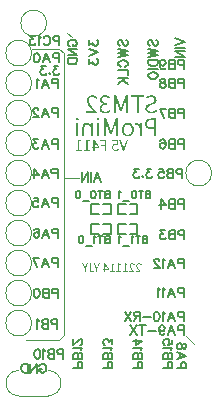
<source format=gbo>
G04 Layer: BottomSilkscreenLayer*
G04 EasyEDA v6.5.22, 2022-11-29 03:43:51*
G04 8ec36cdae1d24b8a87879ab1f9b651ff,67344a67363949849f01d11c0c7cf016,10*
G04 Gerber Generator version 0.2*
G04 Scale: 100 percent, Rotated: No, Reflected: No *
G04 Dimensions in inches *
G04 leading zeros omitted , absolute positions ,3 integer and 6 decimal *
%FSLAX36Y36*%
%MOIN*%

%ADD10C,0.0050*%
%ADD11C,0.0040*%
%ADD12C,0.0060*%

%LPD*%
G36*
X551900Y-1430200D02*
G01*
X550040Y-1430360D01*
X548400Y-1430820D01*
X546960Y-1431560D01*
X545740Y-1432540D01*
X544780Y-1433800D01*
X544080Y-1435260D01*
X543640Y-1436940D01*
X543500Y-1438800D01*
X543720Y-1441020D01*
X544340Y-1443260D01*
X545340Y-1445520D01*
X546700Y-1447800D01*
X548400Y-1450120D01*
X550420Y-1452500D01*
X552720Y-1454920D01*
X555300Y-1457400D01*
X550500Y-1457200D01*
X542100Y-1457200D01*
X542100Y-1460000D01*
X560200Y-1460000D01*
X560200Y-1458000D01*
X556920Y-1455060D01*
X554120Y-1452320D01*
X551800Y-1449740D01*
X549920Y-1447320D01*
X548500Y-1445040D01*
X547480Y-1442900D01*
X546900Y-1440860D01*
X546700Y-1438899D01*
X547020Y-1436480D01*
X548020Y-1434540D01*
X549740Y-1433260D01*
X552200Y-1432800D01*
X554000Y-1433080D01*
X555660Y-1433839D01*
X557140Y-1434960D01*
X558500Y-1436300D01*
X560400Y-1434500D01*
X558560Y-1432740D01*
X556600Y-1431380D01*
X554400Y-1430500D01*
G37*
G36*
X529900Y-1430200D02*
G01*
X528040Y-1430360D01*
X526400Y-1430820D01*
X524960Y-1431560D01*
X523760Y-1432540D01*
X522780Y-1433800D01*
X522080Y-1435260D01*
X521640Y-1436940D01*
X521500Y-1438800D01*
X521719Y-1441020D01*
X522340Y-1443260D01*
X523360Y-1445520D01*
X524740Y-1447800D01*
X526440Y-1450120D01*
X528460Y-1452500D01*
X530760Y-1454920D01*
X533300Y-1457400D01*
X528500Y-1457200D01*
X520100Y-1457200D01*
X520100Y-1460000D01*
X538200Y-1460000D01*
X538200Y-1458000D01*
X534940Y-1455060D01*
X532160Y-1452320D01*
X529840Y-1449740D01*
X527960Y-1447320D01*
X526520Y-1445040D01*
X525500Y-1442900D01*
X524900Y-1440860D01*
X524700Y-1438899D01*
X525040Y-1436480D01*
X526080Y-1434540D01*
X527820Y-1433260D01*
X530300Y-1432800D01*
X532040Y-1433080D01*
X533660Y-1433839D01*
X535160Y-1434960D01*
X536500Y-1436300D01*
X538400Y-1434500D01*
X536620Y-1432740D01*
X534680Y-1431380D01*
X532460Y-1430500D01*
G37*
G36*
X504700Y-1430700D02*
G01*
X504700Y-1457300D01*
X498800Y-1457300D01*
X498800Y-1460000D01*
X514500Y-1460000D01*
X514500Y-1457300D01*
X508000Y-1457300D01*
X508000Y-1434800D01*
X513100Y-1434800D01*
X513100Y-1432700D01*
X511340Y-1432340D01*
X509780Y-1431879D01*
X508400Y-1431339D01*
X507200Y-1430700D01*
G37*
G36*
X482800Y-1430700D02*
G01*
X482800Y-1457300D01*
X476800Y-1457300D01*
X476800Y-1460000D01*
X492600Y-1460000D01*
X492600Y-1457300D01*
X486000Y-1457300D01*
X486000Y-1434800D01*
X491200Y-1434800D01*
X491200Y-1432700D01*
X489400Y-1432340D01*
X487819Y-1431879D01*
X486440Y-1431339D01*
X485200Y-1430700D01*
G37*
G36*
X460800Y-1430700D02*
G01*
X460800Y-1457300D01*
X454799Y-1457300D01*
X454799Y-1460000D01*
X470600Y-1460000D01*
X470600Y-1457300D01*
X464000Y-1457300D01*
X464000Y-1434800D01*
X469200Y-1434800D01*
X469200Y-1432700D01*
X467440Y-1432340D01*
X465880Y-1431879D01*
X464500Y-1431339D01*
X463300Y-1430700D01*
G37*
G36*
X435500Y-1430700D02*
G01*
X435500Y-1434500D01*
X438600Y-1434500D01*
X440900Y-1438800D01*
X448000Y-1449199D01*
X438600Y-1449199D01*
X438579Y-1438500D01*
X438400Y-1434500D01*
X435500Y-1434500D01*
X435500Y-1449199D01*
X431500Y-1449199D01*
X431500Y-1451800D01*
X435500Y-1451800D01*
X435500Y-1460000D01*
X438600Y-1460000D01*
X438600Y-1451800D01*
X451400Y-1451800D01*
X451400Y-1449700D01*
X439000Y-1430700D01*
G37*
G36*
X400400Y-1430700D02*
G01*
X409200Y-1448500D01*
X409200Y-1460000D01*
X412500Y-1460000D01*
X412500Y-1448500D01*
X421300Y-1430700D01*
X417800Y-1430700D01*
X410900Y-1445600D01*
X410800Y-1445600D01*
X409219Y-1442400D01*
X407800Y-1439199D01*
X403800Y-1430700D01*
G37*
G36*
X387600Y-1430700D02*
G01*
X387600Y-1451600D01*
X387700Y-1453380D01*
X388040Y-1455060D01*
X388600Y-1456560D01*
X389420Y-1457880D01*
X390500Y-1458980D01*
X391860Y-1459800D01*
X393519Y-1460320D01*
X395500Y-1460500D01*
X398020Y-1460220D01*
X400160Y-1459379D01*
X401960Y-1457960D01*
X403400Y-1456000D01*
X401000Y-1454300D01*
X399900Y-1455820D01*
X398700Y-1456860D01*
X397340Y-1457420D01*
X395800Y-1457600D01*
X393640Y-1457240D01*
X392120Y-1456120D01*
X391200Y-1454139D01*
X390900Y-1451200D01*
X390900Y-1430700D01*
G37*
G36*
X362800Y-1430700D02*
G01*
X371599Y-1448500D01*
X371599Y-1460000D01*
X374799Y-1460000D01*
X374799Y-1448500D01*
X383600Y-1430700D01*
X380100Y-1430700D01*
X373200Y-1445600D01*
X373100Y-1445600D01*
X371520Y-1442400D01*
X366200Y-1430700D01*
G37*
G36*
X439000Y-870000D02*
G01*
X436659Y-870140D01*
X434440Y-870480D01*
X432360Y-871020D01*
X430439Y-871760D01*
X428680Y-872700D01*
X427100Y-873860D01*
X425720Y-875180D01*
X424580Y-876700D01*
X423640Y-878420D01*
X422960Y-880300D01*
X422540Y-882360D01*
X422400Y-884599D01*
X422600Y-887220D01*
X423160Y-889599D01*
X424060Y-891720D01*
X425280Y-893620D01*
X426820Y-895260D01*
X428600Y-896680D01*
X430640Y-897860D01*
X432900Y-898800D01*
X432900Y-899100D01*
X430379Y-899880D01*
X428040Y-900980D01*
X425920Y-902420D01*
X424060Y-904160D01*
X422540Y-906220D01*
X421380Y-908560D01*
X420660Y-911200D01*
X420400Y-914100D01*
X420560Y-916620D01*
X421060Y-918940D01*
X421840Y-921080D01*
X422900Y-923020D01*
X424219Y-924760D01*
X425780Y-926300D01*
X427540Y-927620D01*
X429500Y-928700D01*
X431620Y-929560D01*
X433900Y-930200D01*
X436300Y-930580D01*
X438800Y-930699D01*
X442060Y-930520D01*
X445020Y-930020D01*
X447680Y-929260D01*
X450080Y-928240D01*
X452239Y-927039D01*
X454180Y-925680D01*
X455880Y-924220D01*
X457400Y-922700D01*
X454000Y-918500D01*
X452680Y-919800D01*
X451240Y-921040D01*
X449660Y-922200D01*
X447960Y-923220D01*
X446060Y-924080D01*
X443980Y-924740D01*
X441700Y-925160D01*
X439200Y-925300D01*
X436640Y-925100D01*
X434300Y-924500D01*
X432220Y-923540D01*
X430439Y-922220D01*
X428980Y-920580D01*
X427900Y-918640D01*
X427239Y-916400D01*
X427000Y-913900D01*
X427100Y-912159D01*
X427420Y-910500D01*
X427980Y-908980D01*
X428780Y-907560D01*
X429820Y-906280D01*
X431160Y-905160D01*
X432760Y-904160D01*
X434660Y-903340D01*
X436880Y-902680D01*
X439400Y-902200D01*
X442280Y-901900D01*
X445500Y-901800D01*
X445500Y-896700D01*
X442620Y-896600D01*
X440040Y-896300D01*
X437780Y-895800D01*
X435800Y-895140D01*
X434099Y-894320D01*
X432680Y-893340D01*
X431500Y-892220D01*
X430560Y-891000D01*
X429860Y-889659D01*
X429380Y-888220D01*
X429099Y-886700D01*
X429000Y-885100D01*
X429180Y-883000D01*
X429720Y-881100D01*
X430600Y-879440D01*
X431780Y-878020D01*
X433280Y-876900D01*
X435040Y-876040D01*
X437040Y-875500D01*
X439300Y-875300D01*
X442780Y-875800D01*
X446019Y-877060D01*
X448960Y-878900D01*
X451599Y-881200D01*
X455200Y-877000D01*
X453540Y-875580D01*
X451820Y-874280D01*
X449980Y-873100D01*
X448040Y-872080D01*
X445980Y-871240D01*
X443800Y-870580D01*
X441480Y-870180D01*
G37*
G36*
X592400Y-870100D02*
G01*
X589820Y-870240D01*
X587360Y-870639D01*
X585000Y-871280D01*
X582780Y-872120D01*
X580700Y-873180D01*
X578760Y-874400D01*
X577000Y-875780D01*
X575400Y-877300D01*
X578900Y-881500D01*
X580280Y-880280D01*
X581740Y-879200D01*
X583280Y-878240D01*
X584900Y-877420D01*
X586620Y-876780D01*
X588440Y-876300D01*
X590360Y-876000D01*
X592400Y-875900D01*
X594840Y-876060D01*
X597060Y-876540D01*
X599000Y-877300D01*
X600660Y-878340D01*
X601980Y-879640D01*
X602980Y-881180D01*
X603600Y-882940D01*
X603800Y-884900D01*
X603560Y-886979D01*
X602900Y-888740D01*
X601880Y-890240D01*
X600580Y-891500D01*
X599080Y-892580D01*
X597440Y-893500D01*
X594000Y-895100D01*
X585500Y-898700D01*
X583060Y-899840D01*
X580780Y-901140D01*
X578720Y-902620D01*
X576940Y-904320D01*
X575460Y-906300D01*
X574340Y-908600D01*
X573640Y-911260D01*
X573400Y-914300D01*
X573560Y-916560D01*
X574020Y-918720D01*
X574780Y-920740D01*
X575820Y-922640D01*
X577120Y-924380D01*
X578700Y-925960D01*
X580520Y-927320D01*
X582580Y-928500D01*
X584880Y-929440D01*
X587380Y-930120D01*
X590100Y-930560D01*
X593000Y-930699D01*
X596080Y-930540D01*
X599020Y-930100D01*
X601800Y-929380D01*
X604440Y-928379D01*
X606920Y-927120D01*
X609240Y-925639D01*
X611400Y-923920D01*
X613400Y-922000D01*
X609400Y-917500D01*
X607720Y-919120D01*
X605900Y-920560D01*
X603960Y-921820D01*
X601920Y-922880D01*
X599780Y-923740D01*
X597580Y-924380D01*
X595300Y-924760D01*
X593000Y-924900D01*
X590140Y-924720D01*
X587620Y-924160D01*
X585400Y-923280D01*
X583560Y-922099D01*
X582080Y-920639D01*
X581000Y-918920D01*
X580320Y-916960D01*
X580100Y-914800D01*
X580300Y-912640D01*
X580880Y-910800D01*
X581780Y-909280D01*
X583000Y-907980D01*
X584480Y-906860D01*
X586180Y-905860D01*
X590100Y-904000D01*
X598600Y-900300D01*
X600660Y-899320D01*
X602740Y-898160D01*
X604740Y-896780D01*
X606580Y-895140D01*
X608160Y-893220D01*
X609400Y-890980D01*
X610220Y-888379D01*
X610500Y-885400D01*
X610340Y-883240D01*
X609880Y-881180D01*
X609140Y-879260D01*
X608120Y-877480D01*
X606860Y-875860D01*
X605360Y-874419D01*
X603640Y-873160D01*
X601720Y-872080D01*
X599620Y-871240D01*
X597360Y-870620D01*
X594940Y-870240D01*
G37*
G36*
X395600Y-870100D02*
G01*
X393080Y-870240D01*
X390740Y-870639D01*
X388579Y-871320D01*
X386620Y-872220D01*
X384860Y-873379D01*
X383300Y-874760D01*
X381960Y-876340D01*
X380840Y-878139D01*
X379960Y-880140D01*
X379320Y-882320D01*
X378940Y-884680D01*
X378800Y-887200D01*
X378880Y-888980D01*
X379080Y-890780D01*
X379420Y-892560D01*
X379880Y-894360D01*
X380480Y-896160D01*
X381200Y-897980D01*
X382980Y-901620D01*
X385240Y-905300D01*
X387920Y-909040D01*
X391000Y-912820D01*
X394460Y-916660D01*
X398260Y-920600D01*
X402400Y-924599D01*
X397560Y-924240D01*
X392800Y-924100D01*
X376000Y-924100D01*
X376000Y-929700D01*
X412200Y-929700D01*
X412200Y-925800D01*
X406900Y-921040D01*
X402220Y-916520D01*
X398120Y-912240D01*
X394620Y-908180D01*
X391680Y-904320D01*
X389320Y-900660D01*
X388340Y-898880D01*
X387500Y-897140D01*
X386800Y-895460D01*
X386220Y-893800D01*
X385760Y-892180D01*
X385260Y-889020D01*
X385200Y-887500D01*
X385379Y-885000D01*
X385880Y-882700D01*
X386740Y-880639D01*
X387939Y-878860D01*
X389500Y-877420D01*
X391400Y-876320D01*
X393680Y-875639D01*
X396300Y-875400D01*
X398100Y-875540D01*
X399840Y-875939D01*
X401520Y-876560D01*
X403120Y-877380D01*
X404640Y-878400D01*
X406100Y-879580D01*
X407480Y-880879D01*
X408800Y-882300D01*
X412600Y-878700D01*
X410820Y-876840D01*
X408980Y-875160D01*
X407080Y-873700D01*
X405080Y-872460D01*
X402939Y-871460D01*
X400680Y-870720D01*
X398240Y-870260D01*
G37*
G36*
X526600Y-871100D02*
G01*
X526600Y-876700D01*
X544500Y-876700D01*
X544500Y-929700D01*
X551200Y-929700D01*
X551200Y-876700D01*
X569000Y-876700D01*
X569000Y-871100D01*
G37*
G36*
X467900Y-871100D02*
G01*
X467900Y-929700D01*
X474099Y-929700D01*
X474080Y-893940D01*
X473680Y-885200D01*
X473300Y-878900D01*
X473600Y-878900D01*
X478200Y-892200D01*
X489700Y-923700D01*
X494200Y-923700D01*
X505800Y-892200D01*
X510400Y-878900D01*
X510700Y-878900D01*
X509980Y-891860D01*
X509900Y-895900D01*
X509900Y-929700D01*
X515900Y-929700D01*
X515900Y-871100D01*
X507800Y-871100D01*
X496200Y-903100D01*
X492000Y-915600D01*
X491599Y-915600D01*
X487500Y-903100D01*
X476100Y-871100D01*
G37*
G36*
X415600Y-945000D02*
G01*
X413820Y-945300D01*
X412320Y-946200D01*
X411280Y-947620D01*
X410900Y-949500D01*
X411280Y-951280D01*
X412320Y-952680D01*
X413820Y-953580D01*
X415600Y-953900D01*
X417480Y-953580D01*
X418960Y-952680D01*
X419940Y-951280D01*
X420300Y-949500D01*
X419940Y-947620D01*
X418960Y-946200D01*
X417480Y-945300D01*
G37*
G36*
X345700Y-945000D02*
G01*
X343860Y-945300D01*
X342380Y-946200D01*
X341360Y-947620D01*
X341000Y-949500D01*
X341360Y-951280D01*
X342380Y-952680D01*
X343860Y-953580D01*
X345700Y-953900D01*
X347580Y-953580D01*
X349060Y-952680D01*
X350040Y-951280D01*
X350400Y-949500D01*
X350040Y-947620D01*
X349060Y-946200D01*
X347580Y-945300D01*
G37*
G36*
X594100Y-947800D02*
G01*
X591680Y-947860D01*
X589380Y-948020D01*
X587180Y-948280D01*
X585120Y-948680D01*
X583200Y-949200D01*
X581400Y-949860D01*
X579760Y-950639D01*
X578260Y-951580D01*
X576900Y-952660D01*
X575720Y-953880D01*
X574700Y-955280D01*
X573860Y-956820D01*
X573180Y-958560D01*
X572700Y-960460D01*
X572400Y-962540D01*
X572300Y-964800D01*
X578900Y-964800D01*
X579020Y-962720D01*
X579360Y-960879D01*
X579920Y-959280D01*
X580700Y-957880D01*
X581720Y-956700D01*
X582960Y-955699D01*
X584420Y-954880D01*
X586100Y-954260D01*
X588020Y-953780D01*
X590160Y-953439D01*
X592520Y-953259D01*
X603700Y-953199D01*
X603700Y-977300D01*
X594700Y-977300D01*
X592140Y-977220D01*
X589820Y-976979D01*
X587720Y-976560D01*
X585840Y-976000D01*
X584200Y-975240D01*
X582780Y-974320D01*
X581600Y-973199D01*
X580620Y-971900D01*
X579860Y-970420D01*
X579320Y-968740D01*
X579000Y-966880D01*
X578900Y-964800D01*
X572300Y-964800D01*
X572400Y-967020D01*
X572700Y-969080D01*
X573180Y-970980D01*
X573840Y-972740D01*
X574680Y-974360D01*
X575700Y-975819D01*
X576880Y-977140D01*
X578220Y-978319D01*
X579700Y-979360D01*
X581320Y-980260D01*
X583100Y-981000D01*
X585000Y-981620D01*
X587020Y-982099D01*
X589180Y-982440D01*
X591440Y-982640D01*
X603700Y-982700D01*
X603700Y-1006400D01*
X610300Y-1006400D01*
X610300Y-947800D01*
G37*
G36*
X434700Y-947800D02*
G01*
X434700Y-1006400D01*
X440800Y-1006400D01*
X440780Y-970639D01*
X440379Y-961900D01*
X440000Y-955600D01*
X440300Y-955600D01*
X445000Y-968900D01*
X456400Y-1000400D01*
X461000Y-1000400D01*
X472500Y-968900D01*
X477100Y-955600D01*
X477500Y-955600D01*
X476960Y-964140D01*
X476760Y-968560D01*
X476700Y-972600D01*
X476700Y-1006400D01*
X482700Y-1006400D01*
X482700Y-947800D01*
X474500Y-947800D01*
X461900Y-982940D01*
X458700Y-992300D01*
X458300Y-992300D01*
X454300Y-979800D01*
X442800Y-947800D01*
G37*
G36*
X542400Y-962099D02*
G01*
X541140Y-962140D01*
X540000Y-962280D01*
X538940Y-962560D01*
X537900Y-963000D01*
X539100Y-968700D01*
X541080Y-968160D01*
X543200Y-968000D01*
X544620Y-968120D01*
X546080Y-968540D01*
X547580Y-969240D01*
X549040Y-970280D01*
X550480Y-971680D01*
X551860Y-973439D01*
X553140Y-975600D01*
X554300Y-978199D01*
X554300Y-1006400D01*
X560800Y-1006400D01*
X560800Y-963199D01*
X555500Y-963199D01*
X554900Y-971100D01*
X554700Y-971100D01*
X553520Y-969160D01*
X552200Y-967420D01*
X550780Y-965879D01*
X549260Y-964580D01*
X547660Y-963520D01*
X545960Y-962740D01*
X544220Y-962260D01*
G37*
G36*
X514900Y-962099D02*
G01*
X512920Y-962200D01*
X511000Y-962480D01*
X509120Y-962960D01*
X507320Y-963620D01*
X505580Y-964460D01*
X503940Y-965480D01*
X502400Y-966680D01*
X500980Y-968060D01*
X499680Y-969599D01*
X498500Y-971320D01*
X497480Y-973180D01*
X496620Y-975220D01*
X495920Y-977420D01*
X495420Y-979760D01*
X495100Y-982260D01*
X495000Y-984900D01*
X501700Y-984900D01*
X501820Y-982400D01*
X502140Y-980040D01*
X502660Y-977860D01*
X503380Y-975840D01*
X504300Y-974020D01*
X505379Y-972380D01*
X506620Y-970980D01*
X508020Y-969800D01*
X509540Y-968860D01*
X511220Y-968160D01*
X513000Y-967740D01*
X514900Y-967600D01*
X516800Y-967740D01*
X518579Y-968160D01*
X520240Y-968860D01*
X521760Y-969800D01*
X523140Y-970980D01*
X524380Y-972380D01*
X525440Y-974020D01*
X526340Y-975840D01*
X527040Y-977860D01*
X527580Y-980040D01*
X527900Y-982400D01*
X528000Y-984900D01*
X527900Y-987380D01*
X527580Y-989700D01*
X527060Y-991880D01*
X526340Y-993860D01*
X525440Y-995660D01*
X524380Y-997280D01*
X523140Y-998660D01*
X521760Y-999840D01*
X520240Y-1000759D01*
X518579Y-1001440D01*
X516800Y-1001860D01*
X514900Y-1002000D01*
X513000Y-1001860D01*
X511220Y-1001440D01*
X509540Y-1000759D01*
X508020Y-999840D01*
X506620Y-998660D01*
X505379Y-997280D01*
X504300Y-995660D01*
X503380Y-993860D01*
X502660Y-991880D01*
X502140Y-989700D01*
X501820Y-987380D01*
X501700Y-984900D01*
X495000Y-984900D01*
X495100Y-987500D01*
X495420Y-989940D01*
X495920Y-992240D01*
X496620Y-994400D01*
X497480Y-996400D01*
X498500Y-998259D01*
X499680Y-999940D01*
X500980Y-1001480D01*
X502400Y-1002840D01*
X503940Y-1004020D01*
X505580Y-1005040D01*
X507320Y-1005879D01*
X509120Y-1006540D01*
X511000Y-1007020D01*
X512920Y-1007300D01*
X514900Y-1007400D01*
X516860Y-1007300D01*
X518800Y-1007020D01*
X520660Y-1006540D01*
X522460Y-1005879D01*
X524180Y-1005040D01*
X525820Y-1004020D01*
X527360Y-1002840D01*
X528780Y-1001480D01*
X530080Y-999940D01*
X531240Y-998259D01*
X532240Y-996400D01*
X533100Y-994400D01*
X533780Y-992240D01*
X534280Y-989940D01*
X534600Y-987500D01*
X534700Y-984900D01*
X534600Y-982260D01*
X534280Y-979760D01*
X533780Y-977420D01*
X533100Y-975220D01*
X532240Y-973180D01*
X531240Y-971320D01*
X530080Y-969599D01*
X528780Y-968060D01*
X527360Y-966680D01*
X525820Y-965480D01*
X524180Y-964460D01*
X522460Y-963620D01*
X520660Y-962960D01*
X518800Y-962480D01*
X516860Y-962200D01*
G37*
G36*
X376700Y-962099D02*
G01*
X374520Y-962220D01*
X372560Y-962580D01*
X370800Y-963180D01*
X369240Y-964020D01*
X367860Y-965080D01*
X366680Y-966380D01*
X365700Y-967920D01*
X364900Y-969680D01*
X364280Y-971680D01*
X363840Y-973900D01*
X363579Y-976340D01*
X363500Y-979000D01*
X363500Y-1006400D01*
X370000Y-1006400D01*
X370000Y-979800D01*
X370120Y-976880D01*
X370500Y-974380D01*
X371140Y-972320D01*
X372040Y-970639D01*
X373240Y-969380D01*
X374720Y-968500D01*
X376500Y-967980D01*
X378600Y-967800D01*
X380240Y-967920D01*
X381780Y-968240D01*
X383280Y-968800D01*
X384760Y-969580D01*
X386220Y-970560D01*
X387720Y-971760D01*
X390900Y-974800D01*
X390900Y-1006400D01*
X397400Y-1006400D01*
X397400Y-963199D01*
X392100Y-963199D01*
X391500Y-969500D01*
X391200Y-969500D01*
X389640Y-968000D01*
X388040Y-966620D01*
X386360Y-965360D01*
X384620Y-964260D01*
X382800Y-963360D01*
X380880Y-962680D01*
X378840Y-962240D01*
G37*
G36*
X412400Y-963199D02*
G01*
X412400Y-1006400D01*
X418900Y-1006400D01*
X418900Y-963199D01*
G37*
G36*
X342500Y-963199D02*
G01*
X342500Y-1006400D01*
X349000Y-1006400D01*
X349000Y-963199D01*
G37*
G36*
X486700Y-1018400D02*
G01*
X498400Y-1055000D01*
X503200Y-1055000D01*
X514900Y-1018400D01*
X510500Y-1018400D01*
X503480Y-1041740D01*
X501780Y-1047620D01*
X500800Y-1050700D01*
X500600Y-1050700D01*
X490900Y-1018400D01*
G37*
G36*
X463600Y-1018400D02*
G01*
X463600Y-1021900D01*
X477600Y-1021900D01*
X478600Y-1033000D01*
X477260Y-1032320D01*
X475880Y-1031820D01*
X474420Y-1031500D01*
X472800Y-1031400D01*
X470600Y-1031580D01*
X468560Y-1032099D01*
X466719Y-1033000D01*
X465100Y-1034260D01*
X463760Y-1035900D01*
X462760Y-1037940D01*
X462120Y-1040360D01*
X461900Y-1043199D01*
X462160Y-1046000D01*
X462879Y-1048480D01*
X464020Y-1050620D01*
X465520Y-1052420D01*
X467280Y-1053820D01*
X469280Y-1054860D01*
X471440Y-1055480D01*
X473700Y-1055700D01*
X477560Y-1055280D01*
X480700Y-1054140D01*
X483240Y-1052580D01*
X485300Y-1050800D01*
X483200Y-1048100D01*
X481500Y-1049660D01*
X479460Y-1050980D01*
X477000Y-1051860D01*
X474000Y-1052200D01*
X470940Y-1051580D01*
X468380Y-1049800D01*
X466640Y-1046960D01*
X466000Y-1043199D01*
X466560Y-1039580D01*
X468140Y-1036880D01*
X470600Y-1035180D01*
X473800Y-1034599D01*
X475540Y-1034740D01*
X477100Y-1035180D01*
X478579Y-1035860D01*
X480100Y-1036800D01*
X482299Y-1035400D01*
X481100Y-1018400D01*
G37*
G36*
X422200Y-1018400D02*
G01*
X422200Y-1021900D01*
X438800Y-1021900D01*
X438800Y-1034800D01*
X424700Y-1034800D01*
X424700Y-1038300D01*
X438800Y-1038300D01*
X438800Y-1055000D01*
X443000Y-1055000D01*
X443000Y-1018400D01*
G37*
G36*
X399900Y-1018400D02*
G01*
X399900Y-1023199D01*
X403700Y-1023199D01*
X406599Y-1028400D01*
X415500Y-1041600D01*
X403800Y-1041600D01*
X403760Y-1028120D01*
X403500Y-1023199D01*
X399900Y-1023199D01*
X399900Y-1041600D01*
X394900Y-1041600D01*
X394900Y-1044800D01*
X399900Y-1044800D01*
X399900Y-1055000D01*
X403800Y-1055000D01*
X403800Y-1044800D01*
X419799Y-1044800D01*
X419799Y-1042200D01*
X404300Y-1018400D01*
G37*
G36*
X376599Y-1018400D02*
G01*
X376599Y-1051600D01*
X369200Y-1051600D01*
X369200Y-1055000D01*
X388900Y-1055000D01*
X388900Y-1051600D01*
X380700Y-1051600D01*
X380700Y-1023600D01*
X387100Y-1023600D01*
X387100Y-1020900D01*
X384900Y-1020420D01*
X382960Y-1019840D01*
X381220Y-1019180D01*
X379700Y-1018400D01*
G37*
G36*
X349200Y-1018400D02*
G01*
X349200Y-1051600D01*
X341700Y-1051600D01*
X341700Y-1055000D01*
X361400Y-1055000D01*
X361400Y-1051600D01*
X353200Y-1051600D01*
X353200Y-1023600D01*
X359700Y-1023600D01*
X359700Y-1020900D01*
X357460Y-1020420D01*
X355520Y-1019840D01*
X353800Y-1019180D01*
X352299Y-1018400D01*
G37*
D10*
X285999Y-672545D02*
G01*
X285999Y-703090D01*
X285999Y-672545D02*
G01*
X272908Y-672545D01*
X268546Y-674000D01*
X267091Y-675453D01*
X265635Y-678362D01*
X265635Y-682726D01*
X267091Y-685635D01*
X268546Y-687091D01*
X272908Y-688544D01*
X285999Y-688544D01*
X234218Y-679818D02*
G01*
X235673Y-676909D01*
X238582Y-674000D01*
X241491Y-672545D01*
X247309Y-672545D01*
X250217Y-674000D01*
X253126Y-676909D01*
X254582Y-679818D01*
X256035Y-684182D01*
X256035Y-691453D01*
X254582Y-695817D01*
X253126Y-698726D01*
X250217Y-701635D01*
X247309Y-703090D01*
X241491Y-703090D01*
X238582Y-701635D01*
X235673Y-698726D01*
X234218Y-695817D01*
X224618Y-678362D02*
G01*
X221709Y-676909D01*
X217345Y-672545D01*
X217345Y-703090D01*
X204836Y-672545D02*
G01*
X188836Y-672545D01*
X197564Y-684182D01*
X193200Y-684182D01*
X190291Y-685635D01*
X188836Y-687091D01*
X187381Y-691453D01*
X187381Y-694362D01*
X188836Y-698726D01*
X191745Y-701635D01*
X196109Y-703090D01*
X200473Y-703090D01*
X204836Y-701635D01*
X206291Y-700181D01*
X207746Y-697271D01*
X321817Y-707818D02*
G01*
X318908Y-706363D01*
X315999Y-703454D01*
X314544Y-700545D01*
X314544Y-694726D01*
X315999Y-691817D01*
X318908Y-688908D01*
X321817Y-687454D01*
X326181Y-685999D01*
X333454Y-685999D01*
X337818Y-687454D01*
X340727Y-688908D01*
X343636Y-691817D01*
X345091Y-694726D01*
X345091Y-700545D01*
X343636Y-703454D01*
X340727Y-706363D01*
X337818Y-707818D01*
X333454Y-707818D01*
X333454Y-700545D02*
G01*
X333454Y-707818D01*
X314544Y-717417D02*
G01*
X345091Y-717417D01*
X314544Y-717417D02*
G01*
X345091Y-737782D01*
X314544Y-737782D02*
G01*
X345091Y-737782D01*
X314544Y-747381D02*
G01*
X345091Y-747381D01*
X314544Y-747381D02*
G01*
X314544Y-757564D01*
X315999Y-761927D01*
X318908Y-764836D01*
X321817Y-766291D01*
X326181Y-767744D01*
X333454Y-767744D01*
X337818Y-766291D01*
X340727Y-764836D01*
X343636Y-761927D01*
X345091Y-757564D01*
X345091Y-747381D01*
X385999Y-687908D02*
G01*
X385999Y-703908D01*
X397636Y-695181D01*
X397636Y-699544D01*
X399090Y-702454D01*
X400545Y-703908D01*
X404908Y-705363D01*
X407818Y-705363D01*
X412181Y-703908D01*
X415091Y-700999D01*
X416545Y-696635D01*
X416545Y-692273D01*
X415091Y-687908D01*
X413636Y-686455D01*
X410727Y-685000D01*
X385999Y-714964D02*
G01*
X416545Y-726599D01*
X385999Y-738236D02*
G01*
X416545Y-726599D01*
X385999Y-750745D02*
G01*
X385999Y-766745D01*
X397636Y-758018D01*
X397636Y-762381D01*
X399090Y-765291D01*
X400545Y-766745D01*
X404908Y-768200D01*
X407818Y-768200D01*
X412181Y-766745D01*
X415091Y-763836D01*
X416545Y-759472D01*
X416545Y-755109D01*
X415091Y-750745D01*
X413636Y-749290D01*
X410727Y-747836D01*
X487903Y-705363D02*
G01*
X484994Y-702454D01*
X483539Y-698090D01*
X483539Y-692273D01*
X484994Y-687908D01*
X487903Y-685000D01*
X490812Y-685000D01*
X493721Y-686455D01*
X495176Y-687908D01*
X496631Y-690817D01*
X499540Y-699544D01*
X500994Y-702454D01*
X502449Y-703908D01*
X505358Y-705363D01*
X509722Y-705363D01*
X512631Y-702454D01*
X514086Y-698090D01*
X514086Y-692273D01*
X512631Y-687908D01*
X509722Y-685000D01*
X483539Y-714964D02*
G01*
X514086Y-722235D01*
X483539Y-729508D02*
G01*
X514086Y-722235D01*
X483539Y-729508D02*
G01*
X514086Y-736781D01*
X483539Y-744054D02*
G01*
X514086Y-736781D01*
X490812Y-775473D02*
G01*
X487903Y-774018D01*
X484994Y-771109D01*
X483539Y-768200D01*
X483539Y-762381D01*
X484994Y-759472D01*
X487903Y-756563D01*
X490812Y-755109D01*
X495176Y-753654D01*
X502449Y-753654D01*
X506813Y-755109D01*
X509722Y-756563D01*
X512631Y-759472D01*
X514086Y-762381D01*
X514086Y-768200D01*
X512631Y-771109D01*
X509722Y-774018D01*
X506813Y-775473D01*
X483539Y-785073D02*
G01*
X514086Y-785073D01*
X514086Y-785073D02*
G01*
X514086Y-802527D01*
X483539Y-812127D02*
G01*
X514086Y-812127D01*
X483539Y-832491D02*
G01*
X503904Y-812127D01*
X496631Y-819400D02*
G01*
X514086Y-832491D01*
X587903Y-705363D02*
G01*
X584994Y-702454D01*
X583539Y-698090D01*
X583539Y-692273D01*
X584994Y-687908D01*
X587903Y-685000D01*
X590812Y-685000D01*
X593721Y-686455D01*
X595176Y-687908D01*
X596631Y-690817D01*
X599540Y-699544D01*
X600994Y-702454D01*
X602449Y-703908D01*
X605358Y-705363D01*
X609722Y-705363D01*
X612631Y-702454D01*
X614086Y-698090D01*
X614086Y-692273D01*
X612631Y-687908D01*
X609722Y-685000D01*
X583539Y-714964D02*
G01*
X614086Y-722235D01*
X583539Y-729508D02*
G01*
X614086Y-722235D01*
X583539Y-729508D02*
G01*
X614086Y-736781D01*
X583539Y-744054D02*
G01*
X614086Y-736781D01*
X583539Y-753654D02*
G01*
X614086Y-753654D01*
X583539Y-753654D02*
G01*
X583539Y-763836D01*
X584994Y-768200D01*
X587903Y-771109D01*
X590812Y-772564D01*
X595176Y-774018D01*
X602449Y-774018D01*
X606813Y-772564D01*
X609722Y-771109D01*
X612631Y-768200D01*
X614086Y-763836D01*
X614086Y-753654D01*
X583539Y-783618D02*
G01*
X614086Y-783618D01*
X583539Y-801945D02*
G01*
X584994Y-799036D01*
X587903Y-796127D01*
X590812Y-794672D01*
X595176Y-793218D01*
X602449Y-793218D01*
X606813Y-794672D01*
X609722Y-796127D01*
X612631Y-799036D01*
X614086Y-801945D01*
X614086Y-807764D01*
X612631Y-810673D01*
X609722Y-813582D01*
X606813Y-815036D01*
X602449Y-816491D01*
X595176Y-816491D01*
X590812Y-815036D01*
X587903Y-813582D01*
X584994Y-810673D01*
X583539Y-807764D01*
X583539Y-801945D01*
X673544Y-680000D02*
G01*
X704090Y-691637D01*
X673544Y-703272D02*
G01*
X704090Y-691637D01*
X673544Y-712872D02*
G01*
X704090Y-712872D01*
X673544Y-722473D02*
G01*
X704090Y-722473D01*
X673544Y-722473D02*
G01*
X704090Y-742836D01*
X673544Y-742836D02*
G01*
X704090Y-742836D01*
X700999Y-752545D02*
G01*
X700999Y-783090D01*
X700999Y-752545D02*
G01*
X687908Y-752545D01*
X683544Y-754000D01*
X682091Y-755453D01*
X680635Y-758362D01*
X680635Y-762726D01*
X682091Y-765635D01*
X683544Y-767091D01*
X687908Y-768544D01*
X700999Y-768544D01*
X671035Y-752545D02*
G01*
X671035Y-783090D01*
X671035Y-752545D02*
G01*
X657944Y-752545D01*
X653580Y-754000D01*
X652127Y-755453D01*
X650671Y-758362D01*
X650671Y-761271D01*
X652127Y-764182D01*
X653580Y-765635D01*
X657944Y-767091D01*
X671035Y-767091D02*
G01*
X657944Y-767091D01*
X653580Y-768544D01*
X652127Y-770000D01*
X650671Y-772908D01*
X650671Y-777271D01*
X652127Y-780181D01*
X653580Y-781635D01*
X657944Y-783090D01*
X671035Y-783090D01*
X622163Y-762726D02*
G01*
X623618Y-767091D01*
X626527Y-770000D01*
X630891Y-771453D01*
X632345Y-771453D01*
X636709Y-770000D01*
X639618Y-767091D01*
X641071Y-762726D01*
X641071Y-761271D01*
X639618Y-756909D01*
X636709Y-754000D01*
X632345Y-752545D01*
X630891Y-752545D01*
X626527Y-754000D01*
X623618Y-756909D01*
X622163Y-762726D01*
X622163Y-770000D01*
X623618Y-777271D01*
X626527Y-781635D01*
X630891Y-783090D01*
X633800Y-783090D01*
X638162Y-781635D01*
X639618Y-778726D01*
X701291Y-815001D02*
G01*
X701291Y-845545D01*
X701291Y-815001D02*
G01*
X688200Y-815001D01*
X683836Y-816455D01*
X682381Y-817910D01*
X680927Y-820819D01*
X680927Y-825183D01*
X682381Y-828092D01*
X683836Y-829546D01*
X688200Y-831001D01*
X701291Y-831001D01*
X671327Y-815001D02*
G01*
X671327Y-845545D01*
X671327Y-815001D02*
G01*
X658236Y-815001D01*
X653872Y-816455D01*
X652417Y-817910D01*
X650963Y-820819D01*
X650963Y-823728D01*
X652417Y-826637D01*
X653872Y-828092D01*
X658236Y-829546D01*
X671327Y-829546D02*
G01*
X658236Y-829546D01*
X653872Y-831001D01*
X652417Y-832454D01*
X650963Y-835363D01*
X650963Y-839728D01*
X652417Y-842636D01*
X653872Y-844092D01*
X658236Y-845545D01*
X671327Y-845545D01*
X634090Y-815001D02*
G01*
X638454Y-816455D01*
X639908Y-819364D01*
X639908Y-822273D01*
X638454Y-825183D01*
X635545Y-826637D01*
X629728Y-828092D01*
X625363Y-829546D01*
X622454Y-832454D01*
X620999Y-835363D01*
X620999Y-839728D01*
X622454Y-842636D01*
X623908Y-844092D01*
X628272Y-845545D01*
X634090Y-845545D01*
X638454Y-844092D01*
X639908Y-842636D01*
X641363Y-839728D01*
X641363Y-835363D01*
X639908Y-832454D01*
X636999Y-829546D01*
X632636Y-828092D01*
X626817Y-826637D01*
X623908Y-825183D01*
X622454Y-822273D01*
X622454Y-819364D01*
X623908Y-816455D01*
X628272Y-815001D01*
X634090Y-815001D01*
X701291Y-915001D02*
G01*
X701291Y-945547D01*
X701291Y-915001D02*
G01*
X688200Y-915001D01*
X683836Y-916455D01*
X682381Y-917910D01*
X680927Y-920819D01*
X680927Y-925183D01*
X682381Y-928092D01*
X683836Y-929546D01*
X688200Y-931001D01*
X701291Y-931001D01*
X671327Y-915001D02*
G01*
X671327Y-945547D01*
X671327Y-915001D02*
G01*
X658236Y-915001D01*
X653872Y-916455D01*
X652417Y-917910D01*
X650963Y-920819D01*
X650963Y-923728D01*
X652417Y-926637D01*
X653872Y-928092D01*
X658236Y-929546D01*
X671327Y-929546D02*
G01*
X658236Y-929546D01*
X653872Y-931001D01*
X652417Y-932456D01*
X650963Y-935365D01*
X650963Y-939728D01*
X652417Y-942638D01*
X653872Y-944092D01*
X658236Y-945547D01*
X671327Y-945547D01*
X620999Y-915001D02*
G01*
X635545Y-945547D01*
X641363Y-915001D02*
G01*
X620999Y-915001D01*
X700999Y-1017545D02*
G01*
X700999Y-1048090D01*
X700999Y-1017545D02*
G01*
X687908Y-1017545D01*
X683544Y-1019000D01*
X682091Y-1020453D01*
X680635Y-1023362D01*
X680635Y-1027726D01*
X682091Y-1030635D01*
X683544Y-1032091D01*
X687908Y-1033544D01*
X700999Y-1033544D01*
X671035Y-1017545D02*
G01*
X671035Y-1048090D01*
X671035Y-1017545D02*
G01*
X657944Y-1017545D01*
X653580Y-1019000D01*
X652127Y-1020453D01*
X650671Y-1023362D01*
X650671Y-1026271D01*
X652127Y-1029182D01*
X653580Y-1030635D01*
X657944Y-1032091D01*
X671035Y-1032091D02*
G01*
X657944Y-1032091D01*
X653580Y-1033544D01*
X652127Y-1035000D01*
X650671Y-1037908D01*
X650671Y-1042271D01*
X652127Y-1045181D01*
X653580Y-1046635D01*
X657944Y-1048090D01*
X671035Y-1048090D01*
X623618Y-1021909D02*
G01*
X625072Y-1019000D01*
X629436Y-1017545D01*
X632345Y-1017545D01*
X636709Y-1019000D01*
X639618Y-1023362D01*
X641071Y-1030635D01*
X641071Y-1037908D01*
X639618Y-1043726D01*
X636709Y-1046635D01*
X632345Y-1048090D01*
X630891Y-1048090D01*
X626527Y-1046635D01*
X623618Y-1043726D01*
X622163Y-1039362D01*
X622163Y-1037908D01*
X623618Y-1033544D01*
X626527Y-1030635D01*
X630891Y-1029182D01*
X632345Y-1029182D01*
X636709Y-1030635D01*
X639618Y-1033544D01*
X641071Y-1037908D01*
X695999Y-1115709D02*
G01*
X695999Y-1146255D01*
X695999Y-1115709D02*
G01*
X682908Y-1115709D01*
X678544Y-1117163D01*
X677091Y-1118618D01*
X675635Y-1121527D01*
X675635Y-1125891D01*
X677091Y-1128800D01*
X678544Y-1130255D01*
X682908Y-1131709D01*
X695999Y-1131709D01*
X666035Y-1115709D02*
G01*
X666035Y-1146255D01*
X666035Y-1115709D02*
G01*
X652944Y-1115709D01*
X648582Y-1117163D01*
X647127Y-1118618D01*
X645673Y-1121527D01*
X645673Y-1124436D01*
X647127Y-1127345D01*
X648582Y-1128800D01*
X652944Y-1130255D01*
X666035Y-1130255D02*
G01*
X652944Y-1130255D01*
X648582Y-1131709D01*
X647127Y-1133164D01*
X645673Y-1136073D01*
X645673Y-1140435D01*
X647127Y-1143344D01*
X648582Y-1144800D01*
X652944Y-1146255D01*
X666035Y-1146255D01*
X618618Y-1115709D02*
G01*
X633164Y-1115709D01*
X634618Y-1128800D01*
X633164Y-1127345D01*
X628800Y-1125891D01*
X624436Y-1125891D01*
X620073Y-1127345D01*
X617163Y-1130255D01*
X615709Y-1134618D01*
X615709Y-1137527D01*
X617163Y-1141891D01*
X620073Y-1144800D01*
X624436Y-1146255D01*
X628800Y-1146255D01*
X633164Y-1144800D01*
X634618Y-1143344D01*
X636073Y-1140435D01*
X700999Y-1217545D02*
G01*
X700999Y-1248090D01*
X700999Y-1217545D02*
G01*
X687910Y-1217545D01*
X683546Y-1219000D01*
X682091Y-1220453D01*
X680637Y-1223362D01*
X680637Y-1227726D01*
X682091Y-1230635D01*
X683546Y-1232091D01*
X687910Y-1233544D01*
X700999Y-1233544D01*
X671037Y-1217545D02*
G01*
X671037Y-1248090D01*
X671037Y-1217545D02*
G01*
X657946Y-1217545D01*
X653582Y-1219000D01*
X652127Y-1220453D01*
X650673Y-1223362D01*
X650673Y-1226271D01*
X652127Y-1229182D01*
X653582Y-1230635D01*
X657946Y-1232091D01*
X671037Y-1232091D02*
G01*
X657946Y-1232091D01*
X653582Y-1233544D01*
X652127Y-1235000D01*
X650673Y-1237908D01*
X650673Y-1242271D01*
X652127Y-1245181D01*
X653582Y-1246635D01*
X657946Y-1248090D01*
X671037Y-1248090D01*
X626527Y-1217545D02*
G01*
X641073Y-1237908D01*
X619254Y-1237908D01*
X626527Y-1217545D02*
G01*
X626527Y-1248090D01*
X701291Y-1320000D02*
G01*
X701291Y-1350545D01*
X701291Y-1320000D02*
G01*
X688200Y-1320000D01*
X683836Y-1321455D01*
X682382Y-1322908D01*
X680927Y-1325817D01*
X680927Y-1330181D01*
X682382Y-1333090D01*
X683836Y-1334546D01*
X688200Y-1335999D01*
X701291Y-1335999D01*
X671327Y-1320000D02*
G01*
X671327Y-1350545D01*
X671327Y-1320000D02*
G01*
X658236Y-1320000D01*
X653872Y-1321455D01*
X652418Y-1322908D01*
X650963Y-1325817D01*
X650963Y-1328726D01*
X652418Y-1331637D01*
X653872Y-1333090D01*
X658236Y-1334546D01*
X671327Y-1334546D02*
G01*
X658236Y-1334546D01*
X653872Y-1335999D01*
X652418Y-1337455D01*
X650963Y-1340363D01*
X650963Y-1344726D01*
X652418Y-1347636D01*
X653872Y-1349090D01*
X658236Y-1350545D01*
X671327Y-1350545D01*
X638454Y-1320000D02*
G01*
X622454Y-1320000D01*
X631183Y-1331637D01*
X626819Y-1331637D01*
X623910Y-1333090D01*
X622454Y-1334546D01*
X621001Y-1338908D01*
X621001Y-1341817D01*
X622454Y-1346181D01*
X625363Y-1349090D01*
X629728Y-1350545D01*
X634092Y-1350545D01*
X638454Y-1349090D01*
X639909Y-1347636D01*
X641363Y-1344726D01*
X701073Y-1415000D02*
G01*
X701073Y-1445545D01*
X701073Y-1415000D02*
G01*
X687982Y-1415000D01*
X683618Y-1416455D01*
X682163Y-1417908D01*
X680709Y-1420817D01*
X680709Y-1425181D01*
X682163Y-1428090D01*
X683618Y-1429546D01*
X687982Y-1430999D01*
X701073Y-1430999D01*
X659472Y-1415000D02*
G01*
X671109Y-1445545D01*
X659472Y-1415000D02*
G01*
X647836Y-1445545D01*
X666745Y-1435363D02*
G01*
X652199Y-1435363D01*
X638236Y-1420817D02*
G01*
X635327Y-1419364D01*
X630963Y-1415000D01*
X630963Y-1445545D01*
X619908Y-1422273D02*
G01*
X619908Y-1420817D01*
X618454Y-1417908D01*
X616999Y-1416455D01*
X614090Y-1415000D01*
X608272Y-1415000D01*
X605363Y-1416455D01*
X603908Y-1417908D01*
X602454Y-1420817D01*
X602454Y-1423726D01*
X603908Y-1426637D01*
X606817Y-1430999D01*
X621363Y-1445545D01*
X600999Y-1445545D01*
X700999Y-1512545D02*
G01*
X700999Y-1543090D01*
X700999Y-1512545D02*
G01*
X687910Y-1512545D01*
X683546Y-1514000D01*
X682091Y-1515453D01*
X680637Y-1518362D01*
X680637Y-1522726D01*
X682091Y-1525635D01*
X683546Y-1527089D01*
X687910Y-1528544D01*
X700999Y-1528544D01*
X659400Y-1512545D02*
G01*
X671037Y-1543090D01*
X659400Y-1512545D02*
G01*
X647764Y-1543090D01*
X666673Y-1532908D02*
G01*
X652127Y-1532908D01*
X638164Y-1518362D02*
G01*
X635255Y-1516909D01*
X630891Y-1512545D01*
X630891Y-1543090D01*
X621291Y-1518362D02*
G01*
X618382Y-1516909D01*
X614018Y-1512545D01*
X614018Y-1543090D01*
X700999Y-1592545D02*
G01*
X700999Y-1623090D01*
X700999Y-1592545D02*
G01*
X687908Y-1592545D01*
X683546Y-1594000D01*
X682091Y-1595453D01*
X680637Y-1598362D01*
X680637Y-1602726D01*
X682091Y-1605635D01*
X683546Y-1607091D01*
X687908Y-1608544D01*
X700999Y-1608544D01*
X659400Y-1592545D02*
G01*
X671037Y-1623090D01*
X659400Y-1592545D02*
G01*
X647764Y-1623090D01*
X666673Y-1612908D02*
G01*
X652127Y-1612908D01*
X638164Y-1598362D02*
G01*
X635255Y-1596909D01*
X630891Y-1592545D01*
X630891Y-1623090D01*
X612564Y-1592545D02*
G01*
X616927Y-1594000D01*
X619837Y-1598362D01*
X621291Y-1605635D01*
X621291Y-1610000D01*
X619837Y-1617271D01*
X616927Y-1621635D01*
X612564Y-1623090D01*
X609654Y-1623090D01*
X605291Y-1621635D01*
X602381Y-1617271D01*
X600927Y-1610000D01*
X600927Y-1605635D01*
X602381Y-1598362D01*
X605291Y-1594000D01*
X609654Y-1592545D01*
X612564Y-1592545D01*
X591327Y-1610000D02*
G01*
X565145Y-1610000D01*
X555545Y-1592545D02*
G01*
X555545Y-1623090D01*
X555545Y-1592545D02*
G01*
X542454Y-1592545D01*
X538090Y-1594000D01*
X536637Y-1595453D01*
X535181Y-1598362D01*
X535181Y-1601271D01*
X536637Y-1604180D01*
X538090Y-1605635D01*
X542454Y-1607091D01*
X555545Y-1607091D01*
X545363Y-1607091D02*
G01*
X535181Y-1623090D01*
X525581Y-1592545D02*
G01*
X505217Y-1623090D01*
X505217Y-1592545D02*
G01*
X525581Y-1623090D01*
X700999Y-1637545D02*
G01*
X700999Y-1668090D01*
X700999Y-1637545D02*
G01*
X687908Y-1637545D01*
X683544Y-1639000D01*
X682091Y-1640453D01*
X680635Y-1643362D01*
X680635Y-1647726D01*
X682091Y-1650635D01*
X683544Y-1652091D01*
X687908Y-1653544D01*
X700999Y-1653544D01*
X659400Y-1637545D02*
G01*
X671035Y-1668090D01*
X659400Y-1637545D02*
G01*
X647762Y-1668090D01*
X666671Y-1657908D02*
G01*
X652127Y-1657908D01*
X619254Y-1647726D02*
G01*
X620709Y-1652091D01*
X623618Y-1655000D01*
X627980Y-1656453D01*
X629436Y-1656453D01*
X633800Y-1655000D01*
X636709Y-1652091D01*
X638162Y-1647726D01*
X638162Y-1646271D01*
X636709Y-1641909D01*
X633800Y-1639000D01*
X629436Y-1637545D01*
X627980Y-1637545D01*
X623618Y-1639000D01*
X620709Y-1641909D01*
X619254Y-1647726D01*
X619254Y-1655000D01*
X620709Y-1662271D01*
X623618Y-1666635D01*
X627980Y-1668090D01*
X630891Y-1668090D01*
X635253Y-1666635D01*
X636709Y-1663726D01*
X609654Y-1655000D02*
G01*
X583472Y-1655000D01*
X563690Y-1637545D02*
G01*
X563690Y-1668090D01*
X573872Y-1637545D02*
G01*
X553508Y-1637545D01*
X543908Y-1637545D02*
G01*
X523544Y-1668090D01*
X523544Y-1637545D02*
G01*
X543908Y-1668090D01*
X708454Y-1780000D02*
G01*
X677910Y-1780000D01*
X708454Y-1780000D02*
G01*
X708454Y-1766909D01*
X706999Y-1762546D01*
X705545Y-1761091D01*
X702636Y-1759636D01*
X698272Y-1759636D01*
X695363Y-1761091D01*
X693910Y-1762546D01*
X692454Y-1766909D01*
X692454Y-1780000D01*
X708454Y-1738400D02*
G01*
X677910Y-1750037D01*
X708454Y-1738400D02*
G01*
X677910Y-1726763D01*
X688090Y-1745673D02*
G01*
X688090Y-1731127D01*
X708454Y-1709890D02*
G01*
X706999Y-1714254D01*
X704090Y-1715709D01*
X701181Y-1715709D01*
X698272Y-1714254D01*
X696819Y-1711345D01*
X695363Y-1705527D01*
X693910Y-1701163D01*
X690999Y-1698254D01*
X688090Y-1696799D01*
X683728Y-1696799D01*
X680819Y-1698254D01*
X679364Y-1699708D01*
X677910Y-1704072D01*
X677910Y-1709890D01*
X679364Y-1714254D01*
X680819Y-1715709D01*
X683728Y-1717163D01*
X688090Y-1717163D01*
X690999Y-1715709D01*
X693910Y-1712800D01*
X695363Y-1708436D01*
X696819Y-1702618D01*
X698272Y-1699708D01*
X701181Y-1698254D01*
X704090Y-1698254D01*
X706999Y-1699708D01*
X708454Y-1704072D01*
X708454Y-1709890D01*
X663454Y-1780000D02*
G01*
X632908Y-1780000D01*
X663454Y-1780000D02*
G01*
X663454Y-1766909D01*
X661999Y-1762546D01*
X660545Y-1761091D01*
X657636Y-1759636D01*
X653272Y-1759636D01*
X650363Y-1761091D01*
X648908Y-1762546D01*
X647454Y-1766909D01*
X647454Y-1780000D01*
X663454Y-1750036D02*
G01*
X632908Y-1750036D01*
X663454Y-1750036D02*
G01*
X663454Y-1736945D01*
X661999Y-1732582D01*
X660545Y-1731127D01*
X657636Y-1729672D01*
X654726Y-1729672D01*
X651817Y-1731127D01*
X650363Y-1732582D01*
X648908Y-1736945D01*
X648908Y-1750036D02*
G01*
X648908Y-1736945D01*
X647454Y-1732582D01*
X645999Y-1731127D01*
X643090Y-1729672D01*
X638726Y-1729672D01*
X635817Y-1731127D01*
X634364Y-1732582D01*
X632908Y-1736945D01*
X632908Y-1750036D01*
X657636Y-1720073D02*
G01*
X659090Y-1717163D01*
X663454Y-1712800D01*
X632908Y-1712800D01*
X663454Y-1685745D02*
G01*
X663454Y-1700291D01*
X650363Y-1701745D01*
X651817Y-1700291D01*
X653272Y-1695927D01*
X653272Y-1691563D01*
X651817Y-1687199D01*
X648908Y-1684290D01*
X644546Y-1682836D01*
X641637Y-1682836D01*
X637273Y-1684290D01*
X634364Y-1687199D01*
X632908Y-1691563D01*
X632908Y-1695927D01*
X634364Y-1700291D01*
X635817Y-1701745D01*
X638726Y-1703200D01*
X563454Y-1780000D02*
G01*
X532908Y-1780000D01*
X563454Y-1780000D02*
G01*
X563454Y-1766909D01*
X561999Y-1762545D01*
X560545Y-1761091D01*
X557636Y-1759636D01*
X553272Y-1759636D01*
X550363Y-1761091D01*
X548908Y-1762545D01*
X547454Y-1766909D01*
X547454Y-1780000D01*
X563454Y-1750036D02*
G01*
X532908Y-1750036D01*
X563454Y-1750036D02*
G01*
X563454Y-1736945D01*
X561999Y-1732581D01*
X560545Y-1731127D01*
X557636Y-1729672D01*
X554726Y-1729672D01*
X551817Y-1731127D01*
X550363Y-1732581D01*
X548908Y-1736945D01*
X548908Y-1750036D02*
G01*
X548908Y-1736945D01*
X547454Y-1732581D01*
X545999Y-1731127D01*
X543090Y-1729672D01*
X538726Y-1729672D01*
X535817Y-1731127D01*
X534364Y-1732581D01*
X532908Y-1736945D01*
X532908Y-1750036D01*
X557636Y-1720072D02*
G01*
X559090Y-1717163D01*
X563454Y-1712800D01*
X532908Y-1712800D01*
X563454Y-1688654D02*
G01*
X543090Y-1703200D01*
X543090Y-1681381D01*
X563454Y-1688654D02*
G01*
X532908Y-1688654D01*
X463454Y-1780000D02*
G01*
X432908Y-1780000D01*
X463454Y-1780000D02*
G01*
X463454Y-1766909D01*
X461999Y-1762546D01*
X460545Y-1761091D01*
X457636Y-1759636D01*
X453272Y-1759636D01*
X450363Y-1761091D01*
X448908Y-1762546D01*
X447454Y-1766909D01*
X447454Y-1780000D01*
X463454Y-1750036D02*
G01*
X432908Y-1750036D01*
X463454Y-1750036D02*
G01*
X463454Y-1736945D01*
X461999Y-1732582D01*
X460545Y-1731127D01*
X457636Y-1729672D01*
X454726Y-1729672D01*
X451817Y-1731127D01*
X450363Y-1732582D01*
X448908Y-1736945D01*
X448908Y-1750036D02*
G01*
X448908Y-1736945D01*
X447454Y-1732582D01*
X445999Y-1731127D01*
X443090Y-1729672D01*
X438726Y-1729672D01*
X435817Y-1731127D01*
X434364Y-1732582D01*
X432908Y-1736945D01*
X432908Y-1750036D01*
X457636Y-1720073D02*
G01*
X459090Y-1717163D01*
X463454Y-1712800D01*
X432908Y-1712800D01*
X463454Y-1700291D02*
G01*
X463454Y-1684290D01*
X451817Y-1693018D01*
X451817Y-1688654D01*
X450363Y-1685745D01*
X448908Y-1684290D01*
X444546Y-1682836D01*
X441637Y-1682836D01*
X437273Y-1684290D01*
X434364Y-1687199D01*
X432908Y-1691563D01*
X432908Y-1695927D01*
X434364Y-1700291D01*
X435817Y-1701745D01*
X438726Y-1703200D01*
X363454Y-1780000D02*
G01*
X332908Y-1780000D01*
X363454Y-1780000D02*
G01*
X363454Y-1766909D01*
X361999Y-1762546D01*
X360545Y-1761091D01*
X357636Y-1759636D01*
X353272Y-1759636D01*
X350363Y-1761091D01*
X348908Y-1762546D01*
X347453Y-1766909D01*
X347453Y-1780000D01*
X363454Y-1750037D02*
G01*
X332908Y-1750037D01*
X363454Y-1750037D02*
G01*
X363454Y-1736945D01*
X361999Y-1732582D01*
X360545Y-1731127D01*
X357636Y-1729672D01*
X354726Y-1729672D01*
X351817Y-1731127D01*
X350363Y-1732582D01*
X348908Y-1736945D01*
X348908Y-1750037D02*
G01*
X348908Y-1736945D01*
X347453Y-1732582D01*
X345999Y-1731127D01*
X343090Y-1729672D01*
X338726Y-1729672D01*
X335817Y-1731127D01*
X334362Y-1732582D01*
X332908Y-1736945D01*
X332908Y-1750037D01*
X357636Y-1720073D02*
G01*
X359090Y-1717163D01*
X363454Y-1712800D01*
X332908Y-1712800D01*
X356181Y-1701745D02*
G01*
X357636Y-1701745D01*
X360545Y-1700291D01*
X361999Y-1698836D01*
X363454Y-1695927D01*
X363454Y-1690109D01*
X361999Y-1687199D01*
X360545Y-1685745D01*
X357636Y-1684290D01*
X354726Y-1684290D01*
X351817Y-1685745D01*
X347453Y-1688654D01*
X332908Y-1703200D01*
X332908Y-1682836D01*
X300000Y-1717546D02*
G01*
X300000Y-1748090D01*
X300000Y-1717546D02*
G01*
X286909Y-1717546D01*
X282546Y-1719000D01*
X281091Y-1720455D01*
X279636Y-1723364D01*
X279636Y-1727728D01*
X281091Y-1730637D01*
X282546Y-1732091D01*
X286909Y-1733546D01*
X300000Y-1733546D01*
X270036Y-1717546D02*
G01*
X270036Y-1748090D01*
X270036Y-1717546D02*
G01*
X256945Y-1717546D01*
X252582Y-1719000D01*
X251127Y-1720455D01*
X249672Y-1723364D01*
X249672Y-1726273D01*
X251127Y-1729182D01*
X252582Y-1730637D01*
X256945Y-1732091D01*
X270036Y-1732091D02*
G01*
X256945Y-1732091D01*
X252582Y-1733546D01*
X251127Y-1735000D01*
X249672Y-1737908D01*
X249672Y-1742273D01*
X251127Y-1745181D01*
X252582Y-1746637D01*
X256945Y-1748090D01*
X270036Y-1748090D01*
X240073Y-1723364D02*
G01*
X237163Y-1721909D01*
X232800Y-1717546D01*
X232800Y-1748090D01*
X214472Y-1717546D02*
G01*
X218836Y-1719000D01*
X221745Y-1723364D01*
X223200Y-1730637D01*
X223200Y-1735000D01*
X221745Y-1742273D01*
X218836Y-1746637D01*
X214472Y-1748090D01*
X211563Y-1748090D01*
X207199Y-1746637D01*
X204290Y-1742273D01*
X202836Y-1735000D01*
X202836Y-1730637D01*
X204290Y-1723364D01*
X207199Y-1719000D01*
X211563Y-1717546D01*
X214472Y-1717546D01*
X280000Y-1617546D02*
G01*
X280000Y-1648090D01*
X280000Y-1617546D02*
G01*
X266909Y-1617546D01*
X262545Y-1619000D01*
X261091Y-1620455D01*
X259636Y-1623364D01*
X259636Y-1627728D01*
X261091Y-1630637D01*
X262545Y-1632091D01*
X266909Y-1633546D01*
X280000Y-1633546D01*
X250036Y-1617546D02*
G01*
X250036Y-1648090D01*
X250036Y-1617546D02*
G01*
X236945Y-1617546D01*
X232582Y-1619000D01*
X231127Y-1620455D01*
X229672Y-1623364D01*
X229672Y-1626273D01*
X231127Y-1629182D01*
X232582Y-1630637D01*
X236945Y-1632091D01*
X250036Y-1632091D02*
G01*
X236945Y-1632091D01*
X232582Y-1633546D01*
X231127Y-1635000D01*
X229672Y-1637908D01*
X229672Y-1642273D01*
X231127Y-1645181D01*
X232582Y-1646637D01*
X236945Y-1648090D01*
X250036Y-1648090D01*
X220072Y-1623364D02*
G01*
X217163Y-1621909D01*
X212800Y-1617546D01*
X212800Y-1648090D01*
X281291Y-1515000D02*
G01*
X281291Y-1545545D01*
X281291Y-1515000D02*
G01*
X268200Y-1515000D01*
X263836Y-1516455D01*
X262382Y-1517908D01*
X260927Y-1520817D01*
X260927Y-1525181D01*
X262382Y-1528090D01*
X263836Y-1529546D01*
X268200Y-1530999D01*
X281291Y-1530999D01*
X251327Y-1515000D02*
G01*
X251327Y-1545545D01*
X251327Y-1515000D02*
G01*
X238236Y-1515000D01*
X233872Y-1516455D01*
X232418Y-1517908D01*
X230963Y-1520817D01*
X230963Y-1523726D01*
X232418Y-1526637D01*
X233872Y-1528090D01*
X238236Y-1529546D01*
X251327Y-1529546D02*
G01*
X238236Y-1529546D01*
X233872Y-1530999D01*
X232418Y-1532455D01*
X230963Y-1535363D01*
X230963Y-1539726D01*
X232418Y-1542636D01*
X233872Y-1544090D01*
X238236Y-1545545D01*
X251327Y-1545545D01*
X212636Y-1515000D02*
G01*
X217001Y-1516455D01*
X219909Y-1520817D01*
X221363Y-1528090D01*
X221363Y-1532455D01*
X219909Y-1539726D01*
X217001Y-1544090D01*
X212636Y-1545545D01*
X209728Y-1545545D01*
X205363Y-1544090D01*
X202454Y-1539726D01*
X201001Y-1532455D01*
X201001Y-1528090D01*
X202454Y-1520817D01*
X205363Y-1516455D01*
X209728Y-1515000D01*
X212636Y-1515000D01*
X280999Y-1412545D02*
G01*
X280999Y-1443090D01*
X280999Y-1412545D02*
G01*
X267908Y-1412545D01*
X263544Y-1414000D01*
X262091Y-1415453D01*
X260635Y-1418362D01*
X260635Y-1422726D01*
X262091Y-1425635D01*
X263544Y-1427091D01*
X267908Y-1428544D01*
X280999Y-1428544D01*
X239400Y-1412545D02*
G01*
X251035Y-1443090D01*
X239400Y-1412545D02*
G01*
X227762Y-1443090D01*
X246671Y-1432908D02*
G01*
X232127Y-1432908D01*
X197800Y-1412545D02*
G01*
X212345Y-1443090D01*
X218162Y-1412545D02*
G01*
X197800Y-1412545D01*
X282744Y-1314998D02*
G01*
X282744Y-1345545D01*
X282744Y-1314998D02*
G01*
X269654Y-1314998D01*
X265289Y-1316453D01*
X263836Y-1317908D01*
X262381Y-1320817D01*
X262381Y-1325180D01*
X263836Y-1328090D01*
X265289Y-1329544D01*
X269654Y-1330999D01*
X282744Y-1330999D01*
X241145Y-1314998D02*
G01*
X252780Y-1345545D01*
X241145Y-1314998D02*
G01*
X229508Y-1345545D01*
X248418Y-1335363D02*
G01*
X233872Y-1335363D01*
X202453Y-1319362D02*
G01*
X203908Y-1316453D01*
X208272Y-1314998D01*
X211181Y-1314998D01*
X215545Y-1316453D01*
X218454Y-1320817D01*
X219908Y-1328090D01*
X219908Y-1335363D01*
X218454Y-1341181D01*
X215545Y-1344090D01*
X211181Y-1345545D01*
X209726Y-1345545D01*
X205363Y-1344090D01*
X202453Y-1341181D01*
X200999Y-1336817D01*
X200999Y-1335363D01*
X202453Y-1330999D01*
X205363Y-1328090D01*
X209726Y-1326635D01*
X211181Y-1326635D01*
X215545Y-1328090D01*
X218454Y-1330999D01*
X219908Y-1335363D01*
X280999Y-1212546D02*
G01*
X280999Y-1243090D01*
X280999Y-1212546D02*
G01*
X267908Y-1212546D01*
X263544Y-1214000D01*
X262091Y-1215455D01*
X260635Y-1218364D01*
X260635Y-1222726D01*
X262091Y-1225635D01*
X263544Y-1227091D01*
X267908Y-1228546D01*
X280999Y-1228546D01*
X239400Y-1212546D02*
G01*
X251035Y-1243090D01*
X239400Y-1212546D02*
G01*
X227762Y-1243090D01*
X246671Y-1232908D02*
G01*
X232127Y-1232908D01*
X200709Y-1212546D02*
G01*
X215253Y-1212546D01*
X216709Y-1225635D01*
X215253Y-1224182D01*
X210891Y-1222726D01*
X206527Y-1222726D01*
X202163Y-1224182D01*
X199254Y-1227091D01*
X197800Y-1231455D01*
X197800Y-1234364D01*
X199254Y-1238726D01*
X202163Y-1241635D01*
X206527Y-1243090D01*
X210891Y-1243090D01*
X215253Y-1241635D01*
X216709Y-1240181D01*
X218162Y-1237273D01*
X280655Y-1114998D02*
G01*
X280655Y-1145545D01*
X280655Y-1114998D02*
G01*
X267564Y-1114998D01*
X263200Y-1116453D01*
X261747Y-1117908D01*
X260291Y-1120817D01*
X260291Y-1125180D01*
X261747Y-1128090D01*
X263200Y-1129544D01*
X267564Y-1130999D01*
X280655Y-1130999D01*
X239056Y-1114998D02*
G01*
X250691Y-1145545D01*
X239056Y-1114998D02*
G01*
X227418Y-1145545D01*
X246327Y-1135363D02*
G01*
X231783Y-1135363D01*
X203274Y-1114998D02*
G01*
X217818Y-1135363D01*
X196001Y-1135363D01*
X203274Y-1114998D02*
G01*
X203274Y-1145545D01*
X280999Y-1017545D02*
G01*
X280999Y-1048090D01*
X280999Y-1017545D02*
G01*
X267908Y-1017545D01*
X263544Y-1019000D01*
X262091Y-1020453D01*
X260635Y-1023362D01*
X260635Y-1027726D01*
X262091Y-1030635D01*
X263544Y-1032091D01*
X267908Y-1033544D01*
X280999Y-1033544D01*
X239400Y-1017545D02*
G01*
X251035Y-1048090D01*
X239400Y-1017545D02*
G01*
X227762Y-1048090D01*
X246671Y-1037908D02*
G01*
X232127Y-1037908D01*
X215253Y-1017545D02*
G01*
X199254Y-1017545D01*
X207982Y-1029180D01*
X203618Y-1029180D01*
X200709Y-1030635D01*
X199254Y-1032091D01*
X197800Y-1036453D01*
X197800Y-1039362D01*
X199254Y-1043726D01*
X202163Y-1046635D01*
X206527Y-1048090D01*
X210891Y-1048090D01*
X215253Y-1046635D01*
X216709Y-1045180D01*
X218162Y-1042271D01*
X280999Y-912545D02*
G01*
X280999Y-943090D01*
X280999Y-912545D02*
G01*
X267908Y-912545D01*
X263546Y-914000D01*
X262091Y-915453D01*
X260637Y-918362D01*
X260637Y-922726D01*
X262091Y-925635D01*
X263546Y-927091D01*
X267908Y-928544D01*
X280999Y-928544D01*
X239400Y-912545D02*
G01*
X251037Y-943090D01*
X239400Y-912545D02*
G01*
X227764Y-943090D01*
X246673Y-932908D02*
G01*
X232127Y-932908D01*
X216709Y-919818D02*
G01*
X216709Y-918362D01*
X215255Y-915453D01*
X213800Y-914000D01*
X210891Y-912545D01*
X205073Y-912545D01*
X202163Y-914000D01*
X200709Y-915453D01*
X199254Y-918362D01*
X199254Y-921271D01*
X200709Y-924182D01*
X203618Y-928544D01*
X218164Y-943090D01*
X197800Y-943090D01*
X281109Y-815001D02*
G01*
X281109Y-845547D01*
X281109Y-815001D02*
G01*
X268018Y-815001D01*
X263654Y-816455D01*
X262201Y-817910D01*
X260745Y-820819D01*
X260745Y-825183D01*
X262201Y-828092D01*
X263654Y-829546D01*
X268018Y-831001D01*
X281109Y-831001D01*
X239510Y-815001D02*
G01*
X251145Y-845547D01*
X239510Y-815001D02*
G01*
X227872Y-845547D01*
X246783Y-835365D02*
G01*
X232237Y-835365D01*
X218272Y-820819D02*
G01*
X215363Y-819364D01*
X211001Y-815001D01*
X211001Y-845547D01*
X284200Y-730001D02*
G01*
X284200Y-760547D01*
X284200Y-730001D02*
G01*
X271109Y-730001D01*
X266747Y-731455D01*
X265291Y-732910D01*
X263838Y-735819D01*
X263838Y-740183D01*
X265291Y-743092D01*
X266747Y-744546D01*
X271109Y-746001D01*
X284200Y-746001D01*
X242600Y-730001D02*
G01*
X254238Y-760547D01*
X242600Y-730001D02*
G01*
X230965Y-760547D01*
X249873Y-750365D02*
G01*
X235327Y-750365D01*
X212638Y-730001D02*
G01*
X217001Y-731455D01*
X219909Y-735819D01*
X221365Y-743092D01*
X221365Y-747456D01*
X219909Y-754728D01*
X217001Y-759092D01*
X212638Y-760547D01*
X209728Y-760547D01*
X205365Y-759092D01*
X202456Y-754728D01*
X201001Y-747456D01*
X201001Y-743092D01*
X202456Y-735819D01*
X205365Y-731455D01*
X209728Y-730001D01*
X212638Y-730001D01*
X412363Y-1127545D02*
G01*
X424000Y-1158090D01*
X412363Y-1127545D02*
G01*
X400727Y-1158090D01*
X419636Y-1147908D02*
G01*
X405091Y-1147908D01*
X391127Y-1127545D02*
G01*
X391127Y-1158090D01*
X381527Y-1127545D02*
G01*
X381527Y-1158090D01*
X381527Y-1127545D02*
G01*
X361163Y-1158090D01*
X361163Y-1127545D02*
G01*
X361163Y-1158090D01*
X593090Y-1115709D02*
G01*
X577091Y-1115709D01*
X585817Y-1127345D01*
X581455Y-1127345D01*
X578544Y-1128800D01*
X577091Y-1130255D01*
X575635Y-1134618D01*
X575635Y-1137527D01*
X577091Y-1141891D01*
X580000Y-1144800D01*
X584364Y-1146255D01*
X588726Y-1146255D01*
X593090Y-1144800D01*
X594544Y-1143344D01*
X595999Y-1140435D01*
X564582Y-1138982D02*
G01*
X566035Y-1140435D01*
X564582Y-1141891D01*
X563126Y-1140435D01*
X564582Y-1138982D01*
X550617Y-1115709D02*
G01*
X534618Y-1115709D01*
X543344Y-1127345D01*
X538982Y-1127345D01*
X536073Y-1128800D01*
X534618Y-1130255D01*
X533164Y-1134618D01*
X533164Y-1137527D01*
X534618Y-1141891D01*
X537527Y-1144800D01*
X541891Y-1146255D01*
X546255Y-1146255D01*
X550617Y-1144800D01*
X552073Y-1143344D01*
X553526Y-1140435D01*
X283090Y-772708D02*
G01*
X267091Y-772708D01*
X275817Y-784344D01*
X271455Y-784344D01*
X268544Y-785799D01*
X267091Y-787255D01*
X265635Y-791617D01*
X265635Y-794526D01*
X267091Y-798890D01*
X270000Y-801799D01*
X274364Y-803254D01*
X278726Y-803254D01*
X283090Y-801799D01*
X284544Y-800345D01*
X285999Y-797435D01*
X254582Y-795981D02*
G01*
X256035Y-797435D01*
X254582Y-798890D01*
X253126Y-797435D01*
X254582Y-795981D01*
X240617Y-772708D02*
G01*
X224618Y-772708D01*
X233344Y-784344D01*
X228982Y-784344D01*
X226073Y-785799D01*
X224618Y-787255D01*
X223164Y-791617D01*
X223164Y-794526D01*
X224618Y-798890D01*
X227527Y-801799D01*
X231891Y-803254D01*
X236255Y-803254D01*
X240617Y-801799D01*
X242073Y-800345D01*
X243526Y-797435D01*
X590000Y-1189773D02*
G01*
X590000Y-1213636D01*
X590000Y-1189773D02*
G01*
X579773Y-1189773D01*
X576363Y-1190909D01*
X575226Y-1192044D01*
X574090Y-1194317D01*
X574090Y-1196590D01*
X575226Y-1198863D01*
X576363Y-1200000D01*
X579773Y-1201136D01*
X590000Y-1201136D02*
G01*
X579773Y-1201136D01*
X576363Y-1202273D01*
X575226Y-1203409D01*
X574090Y-1205682D01*
X574090Y-1209090D01*
X575226Y-1211363D01*
X576363Y-1212500D01*
X579773Y-1213636D01*
X590000Y-1213636D01*
X558636Y-1189773D02*
G01*
X558636Y-1213636D01*
X566590Y-1189773D02*
G01*
X550682Y-1189773D01*
X536363Y-1189773D02*
G01*
X539773Y-1190909D01*
X542044Y-1194317D01*
X543182Y-1200000D01*
X543182Y-1203409D01*
X542044Y-1209090D01*
X539773Y-1212500D01*
X536363Y-1213636D01*
X534090Y-1213636D01*
X530682Y-1212500D01*
X528409Y-1209090D01*
X527273Y-1203409D01*
X527273Y-1200000D01*
X528409Y-1194317D01*
X530682Y-1190909D01*
X534090Y-1189773D01*
X536363Y-1189773D01*
X519773Y-1221590D02*
G01*
X499317Y-1221590D01*
X491817Y-1194317D02*
G01*
X489544Y-1193182D01*
X486136Y-1189773D01*
X486136Y-1213636D01*
X455000Y-1189773D02*
G01*
X455000Y-1213636D01*
X455000Y-1189773D02*
G01*
X444773Y-1189773D01*
X441363Y-1190909D01*
X440226Y-1192044D01*
X439090Y-1194317D01*
X439090Y-1196590D01*
X440226Y-1198863D01*
X441363Y-1200000D01*
X444773Y-1201136D01*
X455000Y-1201136D02*
G01*
X444773Y-1201136D01*
X441363Y-1202273D01*
X440226Y-1203409D01*
X439090Y-1205682D01*
X439090Y-1209090D01*
X440226Y-1211363D01*
X441363Y-1212500D01*
X444773Y-1213636D01*
X455000Y-1213636D01*
X423636Y-1189773D02*
G01*
X423636Y-1213636D01*
X431590Y-1189773D02*
G01*
X415682Y-1189773D01*
X401363Y-1189773D02*
G01*
X404773Y-1190909D01*
X407044Y-1194317D01*
X408182Y-1200000D01*
X408182Y-1203409D01*
X407044Y-1209090D01*
X404773Y-1212500D01*
X401363Y-1213636D01*
X399090Y-1213636D01*
X395682Y-1212500D01*
X393409Y-1209090D01*
X392273Y-1203409D01*
X392273Y-1200000D01*
X393409Y-1194317D01*
X395682Y-1190909D01*
X399090Y-1189773D01*
X401363Y-1189773D01*
X384773Y-1221590D02*
G01*
X364317Y-1221590D01*
X350000Y-1189773D02*
G01*
X353409Y-1190909D01*
X355682Y-1194317D01*
X356817Y-1200000D01*
X356817Y-1203409D01*
X355682Y-1209090D01*
X353409Y-1212500D01*
X350000Y-1213636D01*
X347726Y-1213636D01*
X344317Y-1212500D01*
X342044Y-1209090D01*
X340909Y-1203409D01*
X340909Y-1200000D01*
X342044Y-1194317D01*
X344317Y-1190909D01*
X347726Y-1189773D01*
X350000Y-1189773D01*
X580000Y-1339773D02*
G01*
X580000Y-1363636D01*
X580000Y-1339773D02*
G01*
X569773Y-1339773D01*
X566363Y-1340909D01*
X565226Y-1342044D01*
X564090Y-1344317D01*
X564090Y-1346590D01*
X565226Y-1348863D01*
X566363Y-1350000D01*
X569773Y-1351136D01*
X580000Y-1351136D02*
G01*
X569773Y-1351136D01*
X566363Y-1352273D01*
X565226Y-1353409D01*
X564090Y-1355682D01*
X564090Y-1359090D01*
X565226Y-1361363D01*
X566363Y-1362500D01*
X569773Y-1363636D01*
X580000Y-1363636D01*
X548636Y-1339773D02*
G01*
X548636Y-1363636D01*
X556590Y-1339773D02*
G01*
X540682Y-1339773D01*
X533182Y-1344317D02*
G01*
X530909Y-1343182D01*
X527500Y-1339773D01*
X527500Y-1363636D01*
X520000Y-1371590D02*
G01*
X499544Y-1371590D01*
X492044Y-1344317D02*
G01*
X489773Y-1343182D01*
X486363Y-1339773D01*
X486363Y-1363636D01*
X455000Y-1339773D02*
G01*
X455000Y-1363636D01*
X455000Y-1339773D02*
G01*
X444773Y-1339773D01*
X441363Y-1340909D01*
X440226Y-1342044D01*
X439090Y-1344317D01*
X439090Y-1346590D01*
X440226Y-1348863D01*
X441363Y-1350000D01*
X444773Y-1351136D01*
X455000Y-1351136D02*
G01*
X444773Y-1351136D01*
X441363Y-1352273D01*
X440226Y-1353409D01*
X439090Y-1355682D01*
X439090Y-1359090D01*
X440226Y-1361363D01*
X441363Y-1362500D01*
X444773Y-1363636D01*
X455000Y-1363636D01*
X423636Y-1339773D02*
G01*
X423636Y-1363636D01*
X431590Y-1339773D02*
G01*
X415682Y-1339773D01*
X408182Y-1344317D02*
G01*
X405909Y-1343182D01*
X402500Y-1339773D01*
X402500Y-1363636D01*
X395000Y-1371590D02*
G01*
X374544Y-1371590D01*
X360226Y-1339773D02*
G01*
X363636Y-1340909D01*
X365909Y-1344317D01*
X367044Y-1350000D01*
X367044Y-1353409D01*
X365909Y-1359090D01*
X363636Y-1362500D01*
X360226Y-1363636D01*
X357955Y-1363636D01*
X354544Y-1362500D01*
X352273Y-1359090D01*
X351136Y-1353409D01*
X351136Y-1350000D01*
X352273Y-1344317D01*
X354544Y-1340909D01*
X357955Y-1339773D01*
X360226Y-1339773D01*
X220181Y-1771981D02*
G01*
X221635Y-1769072D01*
X224544Y-1766163D01*
X227454Y-1764708D01*
X233272Y-1764708D01*
X236181Y-1766163D01*
X239090Y-1769072D01*
X240545Y-1771981D01*
X241999Y-1776345D01*
X241999Y-1783618D01*
X240545Y-1787982D01*
X239090Y-1790891D01*
X236181Y-1793800D01*
X233272Y-1795255D01*
X227454Y-1795255D01*
X224544Y-1793800D01*
X221635Y-1790891D01*
X220181Y-1787982D01*
X220181Y-1783618D01*
X227454Y-1783618D02*
G01*
X220181Y-1783618D01*
X210581Y-1764708D02*
G01*
X210581Y-1795255D01*
X210581Y-1764708D02*
G01*
X190217Y-1795255D01*
X190217Y-1764708D02*
G01*
X190217Y-1795255D01*
X180617Y-1764708D02*
G01*
X180617Y-1795255D01*
X180617Y-1764708D02*
G01*
X170435Y-1764708D01*
X166073Y-1766163D01*
X163164Y-1769072D01*
X161709Y-1771981D01*
X160255Y-1776345D01*
X160255Y-1783618D01*
X161709Y-1787982D01*
X163164Y-1790891D01*
X166073Y-1793800D01*
X170435Y-1795255D01*
X180617Y-1795255D01*
D11*
X327500Y-677500D02*
G01*
X312500Y-662500D01*
X196001Y-715000D02*
G01*
X286001Y-715000D01*
X301001Y-730000D01*
X301001Y-1670000D01*
X286001Y-1685000D01*
X176001Y-1685000D01*
X301001Y-1145000D02*
G01*
X351001Y-1145000D01*
X710000Y-1673000D02*
G01*
X736001Y-1700000D01*
X150999Y-1871999D02*
G01*
X249000Y-1871999D01*
D12*
X432300Y-1233000D02*
G01*
X457300Y-1233000D01*
X457300Y-1266999D01*
X436300Y-1266999D01*
X432300Y-1266999D01*
X417300Y-1266999D02*
G01*
X393299Y-1266999D01*
X393299Y-1233000D01*
X414299Y-1233000D01*
X417300Y-1233000D01*
X507699Y-1266999D02*
G01*
X482699Y-1266999D01*
X482699Y-1233000D01*
X503699Y-1233000D01*
X507699Y-1233000D01*
X522699Y-1233000D02*
G01*
X546700Y-1233000D01*
X546700Y-1266999D01*
X525700Y-1266999D01*
X522699Y-1266999D01*
X432300Y-1298000D02*
G01*
X457300Y-1298000D01*
X457300Y-1331999D01*
X436300Y-1331999D01*
X432300Y-1331999D01*
X417300Y-1331999D02*
G01*
X393299Y-1331999D01*
X393299Y-1298000D01*
X414299Y-1298000D01*
X417300Y-1298000D01*
X507699Y-1331999D02*
G01*
X482699Y-1331999D01*
X482699Y-1298000D01*
X503699Y-1298000D01*
X507699Y-1298000D01*
X522699Y-1298000D02*
G01*
X546700Y-1298000D01*
X546700Y-1331999D01*
X525700Y-1331999D01*
X522699Y-1331999D01*
D11*
G75*
G01*
X151000Y-1788000D02*
G03*
X151000Y-1872000I0J-42000D01*
G75*
G01*
X249000Y-1872000D02*
G03*
X249000Y-1788000I1004J42000D01*
G75*
G01
X794000Y-1130000D02*
G03X794000Y-1130000I-43000J0D01*
G75*
G01
X194000Y-730000D02*
G03X194000Y-730000I-43000J0D01*
G75*
G01
X194000Y-830000D02*
G03X194000Y-830000I-43000J0D01*
G75*
G01
X194000Y-930000D02*
G03X194000Y-930000I-43000J0D01*
G75*
G01
X194000Y-1030000D02*
G03X194000Y-1030000I-43000J0D01*
G75*
G01
X194000Y-1130000D02*
G03X194000Y-1130000I-43000J0D01*
G75*
G01
X194000Y-1230000D02*
G03X194000Y-1230000I-43000J0D01*
G75*
G01
X194000Y-1330000D02*
G03X194000Y-1330000I-43000J0D01*
G75*
G01
X194000Y-1630000D02*
G03X194000Y-1630000I-43000J0D01*
G75*
G01
X194000Y-1530000D02*
G03X194000Y-1530000I-43000J0D01*
G75*
G01
X194000Y-1430000D02*
G03X194000Y-1430000I-43000J0D01*
G75*
G01
X244000Y-630000D02*
G03X244000Y-630000I-43000J0D01*
M02*

</source>
